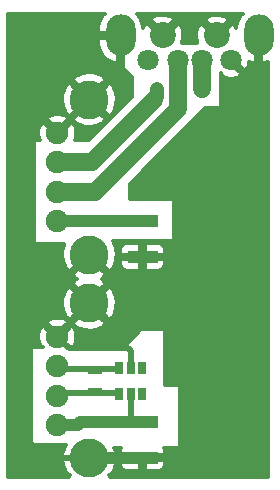
<source format=gbr>
G04 #@! TF.GenerationSoftware,KiCad,Pcbnew,(5.0.0)*
G04 #@! TF.CreationDate,2018-10-08T17:29:21-04:00*
G04 #@! TF.ProjectId,m3_usb_split,6D335F7573625F73706C69742E6B6963,0*
G04 #@! TF.SameCoordinates,Original*
G04 #@! TF.FileFunction,Copper,L2,Bot,Signal*
G04 #@! TF.FilePolarity,Positive*
%FSLAX46Y46*%
G04 Gerber Fmt 4.6, Leading zero omitted, Abs format (unit mm)*
G04 Created by KiCad (PCBNEW (5.0.0)) date 10/08/18 17:29:21*
%MOMM*%
%LPD*%
G01*
G04 APERTURE LIST*
G04 #@! TA.AperFunction,ComponentPad*
%ADD10C,1.900000*%
G04 #@! TD*
G04 #@! TA.AperFunction,ComponentPad*
%ADD11C,3.300000*%
G04 #@! TD*
G04 #@! TA.AperFunction,ComponentPad*
%ADD12O,2.500000X3.500000*%
G04 #@! TD*
G04 #@! TA.AperFunction,ComponentPad*
%ADD13C,2.200000*%
G04 #@! TD*
G04 #@! TA.AperFunction,ComponentPad*
%ADD14C,1.800000*%
G04 #@! TD*
G04 #@! TA.AperFunction,SMDPad,CuDef*
%ADD15R,1.300000X0.700000*%
G04 #@! TD*
G04 #@! TA.AperFunction,SMDPad,CuDef*
%ADD16R,0.650000X1.060000*%
G04 #@! TD*
G04 #@! TA.AperFunction,SMDPad,CuDef*
%ADD17R,2.500000X1.000000*%
G04 #@! TD*
G04 #@! TA.AperFunction,ViaPad*
%ADD18C,1.100000*%
G04 #@! TD*
G04 #@! TA.AperFunction,Conductor*
%ADD19C,0.500000*%
G04 #@! TD*
G04 #@! TA.AperFunction,Conductor*
%ADD20C,1.000000*%
G04 #@! TD*
G04 #@! TA.AperFunction,Conductor*
%ADD21C,1.500000*%
G04 #@! TD*
G04 #@! TA.AperFunction,Conductor*
%ADD22C,1.200000*%
G04 #@! TD*
G04 #@! TA.AperFunction,Conductor*
%ADD23C,0.300000*%
G04 #@! TD*
G04 APERTURE END LIST*
D10*
G04 #@! TO.P,J3,4*
G04 #@! TO.N,GND*
X107790000Y-127750000D03*
G04 #@! TO.P,J3,3*
G04 #@! TO.N,Net-(J3-Pad3)*
X107800000Y-130250000D03*
G04 #@! TO.P,J3,2*
G04 #@! TO.N,Net-(J3-Pad2)*
X107775000Y-132750000D03*
G04 #@! TO.P,J3,1*
G04 #@! TO.N,VBUS*
X107790000Y-135250000D03*
D11*
G04 #@! TO.P,J3,5*
G04 #@! TO.N,GND*
X110500000Y-124930000D03*
X110500000Y-138070000D03*
G04 #@! TD*
D12*
G04 #@! TO.P,J1,5*
G04 #@! TO.N,GND*
X124850000Y-102250000D03*
X113150000Y-102250000D03*
D13*
X121300000Y-102250000D03*
X116700000Y-102250000D03*
D14*
G04 #@! TO.P,J1,4*
X122500000Y-104350000D03*
G04 #@! TO.P,J1,3*
G04 #@! TO.N,Net-(J1-Pad3)*
X120000000Y-104350000D03*
G04 #@! TO.P,J1,2*
G04 #@! TO.N,Net-(J1-Pad2)*
X118000000Y-104350000D03*
G04 #@! TO.P,J1,1*
G04 #@! TO.N,VBUS*
X115500000Y-104350000D03*
G04 #@! TD*
D11*
G04 #@! TO.P,J2,5*
G04 #@! TO.N,GND*
X110500000Y-120820000D03*
X110500000Y-107680000D03*
D10*
G04 #@! TO.P,J2,1*
G04 #@! TO.N,VBUS*
X107790000Y-118000000D03*
G04 #@! TO.P,J2,2*
G04 #@! TO.N,Net-(J1-Pad2)*
X107775000Y-115500000D03*
G04 #@! TO.P,J2,3*
G04 #@! TO.N,Net-(J1-Pad3)*
X107800000Y-113000000D03*
G04 #@! TO.P,J2,4*
G04 #@! TO.N,GND*
X107790000Y-110500000D03*
G04 #@! TD*
D15*
G04 #@! TO.P,R1,2*
G04 #@! TO.N,Net-(J3-Pad2)*
X111000000Y-132450000D03*
G04 #@! TO.P,R1,1*
G04 #@! TO.N,Net-(J3-Pad3)*
X111000000Y-130550000D03*
G04 #@! TD*
D16*
G04 #@! TO.P,U1,5*
G04 #@! TO.N,VBUS*
X114000000Y-132600000D03*
G04 #@! TO.P,U1,6*
G04 #@! TO.N,Net-(J3-Pad2)*
X113050000Y-132600000D03*
G04 #@! TO.P,U1,4*
G04 #@! TO.N,Net-(U1-Pad4)*
X114950000Y-132600000D03*
G04 #@! TO.P,U1,3*
G04 #@! TO.N,Net-(U1-Pad3)*
X114950000Y-130400000D03*
G04 #@! TO.P,U1,2*
G04 #@! TO.N,GND*
X114000000Y-130400000D03*
G04 #@! TO.P,U1,1*
G04 #@! TO.N,Net-(J3-Pad3)*
X113050000Y-130400000D03*
G04 #@! TD*
D17*
G04 #@! TO.P,C2,2*
G04 #@! TO.N,GND*
X115000000Y-121000000D03*
G04 #@! TO.P,C2,1*
G04 #@! TO.N,VBUS*
X115000000Y-118000000D03*
G04 #@! TD*
G04 #@! TO.P,C1,2*
G04 #@! TO.N,GND*
X115000000Y-138000000D03*
G04 #@! TO.P,C1,1*
G04 #@! TO.N,VBUS*
X115000000Y-135000000D03*
G04 #@! TD*
D18*
G04 #@! TO.N,GND*
X124750000Y-106250000D03*
X121500000Y-109500000D03*
X116250000Y-114750000D03*
X117750000Y-139000000D03*
X118250000Y-126500000D03*
X114000000Y-126500000D03*
X114000000Y-123250000D03*
X118500000Y-123250000D03*
X118500000Y-120250000D03*
X118500000Y-116500000D03*
X124500000Y-116500000D03*
X124500000Y-120000000D03*
X124500000Y-124000000D03*
X124500000Y-128000000D03*
X124500000Y-130500000D03*
X124500000Y-133500000D03*
X124500000Y-136250000D03*
X124500000Y-139000000D03*
X121000000Y-139000000D03*
G04 #@! TO.N,Net-(J1-Pad3)*
X120000000Y-106750000D03*
X116250000Y-106750000D03*
G04 #@! TD*
D19*
G04 #@! TO.N,GND*
X114000000Y-130400000D02*
X114000000Y-129000000D01*
X108790000Y-128750000D02*
X107790000Y-127750000D01*
X113750000Y-128750000D02*
X108790000Y-128750000D01*
X114000000Y-129000000D02*
X113750000Y-128750000D01*
D20*
X116250000Y-114750000D02*
X121500000Y-109500000D01*
X110500000Y-138000000D02*
X114930000Y-138000000D01*
D19*
X118250000Y-126500000D02*
X114000000Y-126500000D01*
X118500000Y-123250000D02*
X114000000Y-123250000D01*
X118500000Y-116500000D02*
X118500000Y-120250000D01*
X124500000Y-120000000D02*
X124500000Y-116500000D01*
X124500000Y-128000000D02*
X124500000Y-124000000D01*
X124500000Y-133500000D02*
X124500000Y-130500000D01*
X124500000Y-139000000D02*
X124500000Y-136250000D01*
X121000000Y-139000000D02*
X117750000Y-139000000D01*
X110500000Y-138070000D02*
X107180000Y-138070000D01*
X107180000Y-138070000D02*
X107000000Y-138250000D01*
D20*
G04 #@! TO.N,VBUS*
X107790000Y-118000000D02*
X115000000Y-118000000D01*
X107790000Y-135250000D02*
X109500000Y-135250000D01*
X109750000Y-135000000D02*
X115000000Y-135000000D01*
X109500000Y-135250000D02*
X109750000Y-135000000D01*
D19*
X114000000Y-132600000D02*
X114000000Y-135000000D01*
X114000000Y-135000000D02*
X115000000Y-135000000D01*
D21*
G04 #@! TO.N,Net-(J1-Pad3)*
X120000000Y-106750000D02*
X120000000Y-104350000D01*
D22*
X116250000Y-107500000D02*
X116250000Y-106750000D01*
D21*
X110750000Y-113000000D02*
X116000000Y-107750000D01*
X107800000Y-113000000D02*
X110750000Y-113000000D01*
G04 #@! TO.N,Net-(J1-Pad2)*
X118000000Y-104350000D02*
X118000000Y-108500000D01*
X111000000Y-115500000D02*
X107775000Y-115500000D01*
X118000000Y-108500000D02*
X111000000Y-115500000D01*
D19*
G04 #@! TO.N,Net-(J3-Pad3)*
X107800000Y-130500000D02*
X110700000Y-130500000D01*
X110850000Y-130500000D02*
X113050000Y-130500000D01*
G04 #@! TO.N,Net-(J3-Pad2)*
X107775000Y-132500000D02*
X110700000Y-132500000D01*
X110850000Y-132500000D02*
X113050000Y-132500000D01*
G04 #@! TD*
D23*
G04 #@! TO.N,GND*
G36*
X111674670Y-100523679D02*
X111463775Y-100835065D01*
X111317680Y-101181611D01*
X111242000Y-101550000D01*
X111242000Y-102050000D01*
X112950000Y-102050000D01*
X112950000Y-102030000D01*
X113350000Y-102030000D01*
X113350000Y-102050000D01*
X113370000Y-102050000D01*
X113370000Y-102450000D01*
X113350000Y-102450000D01*
X113350000Y-105000000D01*
X113352882Y-105029264D01*
X113361418Y-105057403D01*
X113375280Y-105083336D01*
X113393934Y-105106066D01*
X114100000Y-105812132D01*
X114100000Y-107437868D01*
X110437868Y-111100000D01*
X109282354Y-111100000D01*
X109329806Y-110989631D01*
X109395742Y-110679821D01*
X109399970Y-110363102D01*
X109342327Y-110051643D01*
X109225029Y-109757415D01*
X109204697Y-109719375D01*
X108947840Y-109625003D01*
X108072843Y-110500000D01*
X108086985Y-110514142D01*
X107804142Y-110796985D01*
X107790000Y-110782843D01*
X107775858Y-110796985D01*
X107493015Y-110514142D01*
X107507157Y-110500000D01*
X106632160Y-109625003D01*
X106375303Y-109719375D01*
X106250194Y-110010369D01*
X106184258Y-110320179D01*
X106180030Y-110636898D01*
X106237673Y-110948357D01*
X106298128Y-111100000D01*
X106000000Y-111100000D01*
X105970736Y-111102882D01*
X105942597Y-111111418D01*
X105916664Y-111125280D01*
X105893934Y-111143934D01*
X105875280Y-111166664D01*
X105861418Y-111192597D01*
X105852882Y-111220736D01*
X105850000Y-111250000D01*
X105850000Y-119750000D01*
X105852882Y-119779264D01*
X105861418Y-119807403D01*
X105875280Y-119833336D01*
X105893934Y-119856066D01*
X105916664Y-119874720D01*
X105942597Y-119888582D01*
X105970736Y-119897118D01*
X106000000Y-119900000D01*
X108381831Y-119900000D01*
X108317979Y-120034304D01*
X108206624Y-120475092D01*
X108183403Y-120929136D01*
X108249207Y-121378985D01*
X108401508Y-121807352D01*
X108513187Y-122016290D01*
X108841577Y-122195581D01*
X110217157Y-120820000D01*
X110203015Y-120805858D01*
X110485858Y-120523015D01*
X110500000Y-120537157D01*
X110514142Y-120523015D01*
X110796985Y-120805858D01*
X110782843Y-120820000D01*
X112158423Y-122195581D01*
X112486813Y-122016290D01*
X112682021Y-121605696D01*
X112742953Y-121364500D01*
X113092000Y-121364500D01*
X113092000Y-121564807D01*
X113117287Y-121691931D01*
X113166888Y-121811680D01*
X113238898Y-121919450D01*
X113330549Y-122011102D01*
X113438320Y-122083112D01*
X113558068Y-122132713D01*
X113685192Y-122158000D01*
X114635500Y-122158000D01*
X114800000Y-121993500D01*
X114800000Y-121200000D01*
X115200000Y-121200000D01*
X115200000Y-121993500D01*
X115364500Y-122158000D01*
X116314808Y-122158000D01*
X116441932Y-122132713D01*
X116561680Y-122083112D01*
X116669451Y-122011102D01*
X116761102Y-121919450D01*
X116833112Y-121811680D01*
X116882713Y-121691931D01*
X116908000Y-121564807D01*
X116908000Y-121364500D01*
X116743500Y-121200000D01*
X115200000Y-121200000D01*
X114800000Y-121200000D01*
X113256500Y-121200000D01*
X113092000Y-121364500D01*
X112742953Y-121364500D01*
X112793376Y-121164908D01*
X112816597Y-120710864D01*
X112776272Y-120435193D01*
X113092000Y-120435193D01*
X113092000Y-120635500D01*
X113256500Y-120800000D01*
X114800000Y-120800000D01*
X114800000Y-120006500D01*
X115200000Y-120006500D01*
X115200000Y-120800000D01*
X116743500Y-120800000D01*
X116908000Y-120635500D01*
X116908000Y-120435193D01*
X116882713Y-120308069D01*
X116833112Y-120188320D01*
X116761102Y-120080550D01*
X116669451Y-119988898D01*
X116561680Y-119916888D01*
X116441932Y-119867287D01*
X116314808Y-119842000D01*
X115364500Y-119842000D01*
X115200000Y-120006500D01*
X114800000Y-120006500D01*
X114635500Y-119842000D01*
X113685192Y-119842000D01*
X113558068Y-119867287D01*
X113438320Y-119916888D01*
X113330549Y-119988898D01*
X113238898Y-120080550D01*
X113166888Y-120188320D01*
X113117287Y-120308069D01*
X113092000Y-120435193D01*
X112776272Y-120435193D01*
X112750793Y-120261015D01*
X112598492Y-119832648D01*
X112500865Y-119650000D01*
X117500000Y-119650000D01*
X117529264Y-119647118D01*
X117557403Y-119638582D01*
X117583336Y-119624720D01*
X117606066Y-119606066D01*
X117624720Y-119583336D01*
X117638582Y-119557403D01*
X117647118Y-119529264D01*
X117650000Y-119500000D01*
X117650000Y-116250000D01*
X117647118Y-116220736D01*
X117638582Y-116192597D01*
X117624720Y-116166664D01*
X117606066Y-116143934D01*
X117583336Y-116125280D01*
X117557403Y-116111418D01*
X117529264Y-116102882D01*
X117500000Y-116100000D01*
X113900000Y-116100000D01*
X113900000Y-114812132D01*
X120312132Y-108400000D01*
X121500000Y-108400000D01*
X121529264Y-108397118D01*
X121557403Y-108388582D01*
X121583336Y-108374720D01*
X121606066Y-108356066D01*
X121624720Y-108333336D01*
X121638582Y-108307403D01*
X121647118Y-108279264D01*
X121650000Y-108250000D01*
X121650000Y-105482846D01*
X121660885Y-105471961D01*
X121749143Y-105723726D01*
X122031571Y-105843815D01*
X122332001Y-105906498D01*
X122638886Y-105909365D01*
X122940435Y-105852307D01*
X123225057Y-105737516D01*
X123250857Y-105723726D01*
X123339116Y-105471959D01*
X122500000Y-104632843D01*
X122485858Y-104646985D01*
X122203015Y-104364142D01*
X122217157Y-104350000D01*
X122203015Y-104335858D01*
X122485858Y-104053015D01*
X122500000Y-104067157D01*
X122514142Y-104053015D01*
X122796985Y-104335858D01*
X122782843Y-104350000D01*
X123621959Y-105189116D01*
X123873726Y-105100857D01*
X123993815Y-104818429D01*
X124056498Y-104517999D01*
X124056774Y-104488453D01*
X124304615Y-104589298D01*
X124355630Y-104592841D01*
X124650000Y-104481991D01*
X124650000Y-102450000D01*
X124630000Y-102450000D01*
X124630000Y-102050000D01*
X124650000Y-102050000D01*
X124650000Y-102030000D01*
X125050000Y-102030000D01*
X125050000Y-102050000D01*
X125070000Y-102050000D01*
X125070000Y-102450000D01*
X125050000Y-102450000D01*
X125050000Y-104481991D01*
X125344370Y-104592841D01*
X125395385Y-104589298D01*
X125600000Y-104506042D01*
X125600000Y-139600000D01*
X112248772Y-139600000D01*
X112280809Y-139567963D01*
X112158426Y-139445580D01*
X112486813Y-139266290D01*
X112682021Y-138855696D01*
X112793376Y-138414908D01*
X112795953Y-138364500D01*
X113092000Y-138364500D01*
X113092000Y-138564807D01*
X113117287Y-138691931D01*
X113166888Y-138811680D01*
X113238898Y-138919450D01*
X113330549Y-139011102D01*
X113438320Y-139083112D01*
X113558068Y-139132713D01*
X113685192Y-139158000D01*
X114635500Y-139158000D01*
X114800000Y-138993500D01*
X114800000Y-138200000D01*
X115200000Y-138200000D01*
X115200000Y-138993500D01*
X115364500Y-139158000D01*
X116314808Y-139158000D01*
X116441932Y-139132713D01*
X116561680Y-139083112D01*
X116669451Y-139011102D01*
X116761102Y-138919450D01*
X116833112Y-138811680D01*
X116882713Y-138691931D01*
X116908000Y-138564807D01*
X116908000Y-138364500D01*
X116743500Y-138200000D01*
X115200000Y-138200000D01*
X114800000Y-138200000D01*
X113256500Y-138200000D01*
X113092000Y-138364500D01*
X112795953Y-138364500D01*
X112816597Y-137960864D01*
X112750793Y-137511015D01*
X112622438Y-137150000D01*
X113192493Y-137150000D01*
X113166888Y-137188320D01*
X113117287Y-137308069D01*
X113092000Y-137435193D01*
X113092000Y-137635500D01*
X113256500Y-137800000D01*
X114800000Y-137800000D01*
X114800000Y-137780000D01*
X115200000Y-137780000D01*
X115200000Y-137800000D01*
X116743500Y-137800000D01*
X116908000Y-137635500D01*
X116908000Y-137435193D01*
X116882713Y-137308069D01*
X116833112Y-137188320D01*
X116807507Y-137150000D01*
X118000000Y-137150000D01*
X118029264Y-137147118D01*
X118057403Y-137138582D01*
X118083336Y-137124720D01*
X118106066Y-137106066D01*
X118124720Y-137083336D01*
X118138582Y-137057403D01*
X118147118Y-137029264D01*
X118150000Y-137000000D01*
X118150000Y-132000000D01*
X118147118Y-131970736D01*
X118138582Y-131942597D01*
X118124720Y-131916664D01*
X118106066Y-131893934D01*
X118083336Y-131875280D01*
X118057403Y-131861418D01*
X118029264Y-131852882D01*
X118000000Y-131850000D01*
X116900000Y-131850000D01*
X116900000Y-127250000D01*
X116897118Y-127220736D01*
X116888582Y-127192597D01*
X116874720Y-127166664D01*
X116856066Y-127143934D01*
X116833336Y-127125280D01*
X116807403Y-127111418D01*
X116779264Y-127102882D01*
X116750000Y-127100000D01*
X115000000Y-127100000D01*
X114970736Y-127102882D01*
X114942597Y-127111418D01*
X114916664Y-127125280D01*
X114893934Y-127143934D01*
X113437868Y-128600000D01*
X109015876Y-128600000D01*
X109204697Y-128530625D01*
X109329806Y-128239631D01*
X109395742Y-127929821D01*
X109399970Y-127613102D01*
X109342327Y-127301643D01*
X109225029Y-127007415D01*
X109204697Y-126969375D01*
X108947840Y-126875003D01*
X108072843Y-127750000D01*
X108086985Y-127764142D01*
X107804142Y-128046985D01*
X107790000Y-128032843D01*
X107775858Y-128046985D01*
X107493015Y-127764142D01*
X107507157Y-127750000D01*
X106632160Y-126875003D01*
X106375303Y-126969375D01*
X106250194Y-127260369D01*
X106184258Y-127570179D01*
X106180030Y-127886898D01*
X106237673Y-128198357D01*
X106354971Y-128492585D01*
X106375303Y-128530625D01*
X106564124Y-128600000D01*
X105750000Y-128600000D01*
X105720736Y-128602882D01*
X105692597Y-128611418D01*
X105666664Y-128625280D01*
X105643934Y-128643934D01*
X105625280Y-128666664D01*
X105611418Y-128692597D01*
X105602882Y-128720736D01*
X105600000Y-128750000D01*
X105600000Y-136750000D01*
X105602882Y-136779264D01*
X105611418Y-136807403D01*
X105625280Y-136833336D01*
X105643934Y-136856066D01*
X105666664Y-136874720D01*
X105692597Y-136888582D01*
X105720736Y-136897118D01*
X105750000Y-136900000D01*
X108500688Y-136900000D01*
X108317979Y-137284304D01*
X108206624Y-137725092D01*
X108183403Y-138179136D01*
X108249207Y-138628985D01*
X108401508Y-139057352D01*
X108513187Y-139266290D01*
X108841574Y-139445580D01*
X108719191Y-139567963D01*
X108751228Y-139600000D01*
X103650000Y-139600000D01*
X103650000Y-126592160D01*
X106915003Y-126592160D01*
X107790000Y-127467157D01*
X108664997Y-126592160D01*
X108663624Y-126588423D01*
X109124419Y-126588423D01*
X109303710Y-126916813D01*
X109714304Y-127112021D01*
X110155092Y-127223376D01*
X110609136Y-127246597D01*
X111058985Y-127180793D01*
X111487352Y-127028492D01*
X111696290Y-126916813D01*
X111875581Y-126588423D01*
X110500000Y-125212843D01*
X109124419Y-126588423D01*
X108663624Y-126588423D01*
X108570625Y-126335303D01*
X108279631Y-126210194D01*
X107969821Y-126144258D01*
X107653102Y-126140030D01*
X107341643Y-126197673D01*
X107047415Y-126314971D01*
X107009375Y-126335303D01*
X106915003Y-126592160D01*
X103650000Y-126592160D01*
X103650000Y-125039136D01*
X108183403Y-125039136D01*
X108249207Y-125488985D01*
X108401508Y-125917352D01*
X108513187Y-126126290D01*
X108841577Y-126305581D01*
X110217157Y-124930000D01*
X110782843Y-124930000D01*
X112158423Y-126305581D01*
X112486813Y-126126290D01*
X112682021Y-125715696D01*
X112793376Y-125274908D01*
X112816597Y-124820864D01*
X112750793Y-124371015D01*
X112598492Y-123942648D01*
X112486813Y-123733710D01*
X112158423Y-123554419D01*
X110782843Y-124930000D01*
X110217157Y-124930000D01*
X108841577Y-123554419D01*
X108513187Y-123733710D01*
X108317979Y-124144304D01*
X108206624Y-124585092D01*
X108183403Y-125039136D01*
X103650000Y-125039136D01*
X103650000Y-122478423D01*
X109124419Y-122478423D01*
X109303710Y-122806813D01*
X109438742Y-122871011D01*
X109303710Y-122943187D01*
X109124419Y-123271577D01*
X110500000Y-124647157D01*
X111875581Y-123271577D01*
X111696290Y-122943187D01*
X111561258Y-122878989D01*
X111696290Y-122806813D01*
X111875581Y-122478423D01*
X110500000Y-121102843D01*
X109124419Y-122478423D01*
X103650000Y-122478423D01*
X103650000Y-109342160D01*
X106915003Y-109342160D01*
X107790000Y-110217157D01*
X108664997Y-109342160D01*
X108663624Y-109338423D01*
X109124419Y-109338423D01*
X109303710Y-109666813D01*
X109714304Y-109862021D01*
X110155092Y-109973376D01*
X110609136Y-109996597D01*
X111058985Y-109930793D01*
X111487352Y-109778492D01*
X111696290Y-109666813D01*
X111875581Y-109338423D01*
X110500000Y-107962843D01*
X109124419Y-109338423D01*
X108663624Y-109338423D01*
X108570625Y-109085303D01*
X108279631Y-108960194D01*
X107969821Y-108894258D01*
X107653102Y-108890030D01*
X107341643Y-108947673D01*
X107047415Y-109064971D01*
X107009375Y-109085303D01*
X106915003Y-109342160D01*
X103650000Y-109342160D01*
X103650000Y-107789136D01*
X108183403Y-107789136D01*
X108249207Y-108238985D01*
X108401508Y-108667352D01*
X108513187Y-108876290D01*
X108841577Y-109055581D01*
X110217157Y-107680000D01*
X110782843Y-107680000D01*
X112158423Y-109055581D01*
X112486813Y-108876290D01*
X112682021Y-108465696D01*
X112793376Y-108024908D01*
X112816597Y-107570864D01*
X112750793Y-107121015D01*
X112598492Y-106692648D01*
X112486813Y-106483710D01*
X112158423Y-106304419D01*
X110782843Y-107680000D01*
X110217157Y-107680000D01*
X108841577Y-106304419D01*
X108513187Y-106483710D01*
X108317979Y-106894304D01*
X108206624Y-107335092D01*
X108183403Y-107789136D01*
X103650000Y-107789136D01*
X103650000Y-106021577D01*
X109124419Y-106021577D01*
X110500000Y-107397157D01*
X111875581Y-106021577D01*
X111696290Y-105693187D01*
X111285696Y-105497979D01*
X110844908Y-105386624D01*
X110390864Y-105363403D01*
X109941015Y-105429207D01*
X109512648Y-105581508D01*
X109303710Y-105693187D01*
X109124419Y-106021577D01*
X103650000Y-106021577D01*
X103650000Y-102450000D01*
X111242000Y-102450000D01*
X111242000Y-102950000D01*
X111317680Y-103318389D01*
X111463775Y-103664935D01*
X111674670Y-103976321D01*
X111942261Y-104240580D01*
X112256265Y-104447557D01*
X112604615Y-104589298D01*
X112655630Y-104592841D01*
X112950000Y-104481991D01*
X112950000Y-102450000D01*
X111242000Y-102450000D01*
X103650000Y-102450000D01*
X103650000Y-100400000D01*
X111799908Y-100400000D01*
X111674670Y-100523679D01*
X111674670Y-100523679D01*
G37*
X111674670Y-100523679D02*
X111463775Y-100835065D01*
X111317680Y-101181611D01*
X111242000Y-101550000D01*
X111242000Y-102050000D01*
X112950000Y-102050000D01*
X112950000Y-102030000D01*
X113350000Y-102030000D01*
X113350000Y-102050000D01*
X113370000Y-102050000D01*
X113370000Y-102450000D01*
X113350000Y-102450000D01*
X113350000Y-105000000D01*
X113352882Y-105029264D01*
X113361418Y-105057403D01*
X113375280Y-105083336D01*
X113393934Y-105106066D01*
X114100000Y-105812132D01*
X114100000Y-107437868D01*
X110437868Y-111100000D01*
X109282354Y-111100000D01*
X109329806Y-110989631D01*
X109395742Y-110679821D01*
X109399970Y-110363102D01*
X109342327Y-110051643D01*
X109225029Y-109757415D01*
X109204697Y-109719375D01*
X108947840Y-109625003D01*
X108072843Y-110500000D01*
X108086985Y-110514142D01*
X107804142Y-110796985D01*
X107790000Y-110782843D01*
X107775858Y-110796985D01*
X107493015Y-110514142D01*
X107507157Y-110500000D01*
X106632160Y-109625003D01*
X106375303Y-109719375D01*
X106250194Y-110010369D01*
X106184258Y-110320179D01*
X106180030Y-110636898D01*
X106237673Y-110948357D01*
X106298128Y-111100000D01*
X106000000Y-111100000D01*
X105970736Y-111102882D01*
X105942597Y-111111418D01*
X105916664Y-111125280D01*
X105893934Y-111143934D01*
X105875280Y-111166664D01*
X105861418Y-111192597D01*
X105852882Y-111220736D01*
X105850000Y-111250000D01*
X105850000Y-119750000D01*
X105852882Y-119779264D01*
X105861418Y-119807403D01*
X105875280Y-119833336D01*
X105893934Y-119856066D01*
X105916664Y-119874720D01*
X105942597Y-119888582D01*
X105970736Y-119897118D01*
X106000000Y-119900000D01*
X108381831Y-119900000D01*
X108317979Y-120034304D01*
X108206624Y-120475092D01*
X108183403Y-120929136D01*
X108249207Y-121378985D01*
X108401508Y-121807352D01*
X108513187Y-122016290D01*
X108841577Y-122195581D01*
X110217157Y-120820000D01*
X110203015Y-120805858D01*
X110485858Y-120523015D01*
X110500000Y-120537157D01*
X110514142Y-120523015D01*
X110796985Y-120805858D01*
X110782843Y-120820000D01*
X112158423Y-122195581D01*
X112486813Y-122016290D01*
X112682021Y-121605696D01*
X112742953Y-121364500D01*
X113092000Y-121364500D01*
X113092000Y-121564807D01*
X113117287Y-121691931D01*
X113166888Y-121811680D01*
X113238898Y-121919450D01*
X113330549Y-122011102D01*
X113438320Y-122083112D01*
X113558068Y-122132713D01*
X113685192Y-122158000D01*
X114635500Y-122158000D01*
X114800000Y-121993500D01*
X114800000Y-121200000D01*
X115200000Y-121200000D01*
X115200000Y-121993500D01*
X115364500Y-122158000D01*
X116314808Y-122158000D01*
X116441932Y-122132713D01*
X116561680Y-122083112D01*
X116669451Y-122011102D01*
X116761102Y-121919450D01*
X116833112Y-121811680D01*
X116882713Y-121691931D01*
X116908000Y-121564807D01*
X116908000Y-121364500D01*
X116743500Y-121200000D01*
X115200000Y-121200000D01*
X114800000Y-121200000D01*
X113256500Y-121200000D01*
X113092000Y-121364500D01*
X112742953Y-121364500D01*
X112793376Y-121164908D01*
X112816597Y-120710864D01*
X112776272Y-120435193D01*
X113092000Y-120435193D01*
X113092000Y-120635500D01*
X113256500Y-120800000D01*
X114800000Y-120800000D01*
X114800000Y-120006500D01*
X115200000Y-120006500D01*
X115200000Y-120800000D01*
X116743500Y-120800000D01*
X116908000Y-120635500D01*
X116908000Y-120435193D01*
X116882713Y-120308069D01*
X116833112Y-120188320D01*
X116761102Y-120080550D01*
X116669451Y-119988898D01*
X116561680Y-119916888D01*
X116441932Y-119867287D01*
X116314808Y-119842000D01*
X115364500Y-119842000D01*
X115200000Y-120006500D01*
X114800000Y-120006500D01*
X114635500Y-119842000D01*
X113685192Y-119842000D01*
X113558068Y-119867287D01*
X113438320Y-119916888D01*
X113330549Y-119988898D01*
X113238898Y-120080550D01*
X113166888Y-120188320D01*
X113117287Y-120308069D01*
X113092000Y-120435193D01*
X112776272Y-120435193D01*
X112750793Y-120261015D01*
X112598492Y-119832648D01*
X112500865Y-119650000D01*
X117500000Y-119650000D01*
X117529264Y-119647118D01*
X117557403Y-119638582D01*
X117583336Y-119624720D01*
X117606066Y-119606066D01*
X117624720Y-119583336D01*
X117638582Y-119557403D01*
X117647118Y-119529264D01*
X117650000Y-119500000D01*
X117650000Y-116250000D01*
X117647118Y-116220736D01*
X117638582Y-116192597D01*
X117624720Y-116166664D01*
X117606066Y-116143934D01*
X117583336Y-116125280D01*
X117557403Y-116111418D01*
X117529264Y-116102882D01*
X117500000Y-116100000D01*
X113900000Y-116100000D01*
X113900000Y-114812132D01*
X120312132Y-108400000D01*
X121500000Y-108400000D01*
X121529264Y-108397118D01*
X121557403Y-108388582D01*
X121583336Y-108374720D01*
X121606066Y-108356066D01*
X121624720Y-108333336D01*
X121638582Y-108307403D01*
X121647118Y-108279264D01*
X121650000Y-108250000D01*
X121650000Y-105482846D01*
X121660885Y-105471961D01*
X121749143Y-105723726D01*
X122031571Y-105843815D01*
X122332001Y-105906498D01*
X122638886Y-105909365D01*
X122940435Y-105852307D01*
X123225057Y-105737516D01*
X123250857Y-105723726D01*
X123339116Y-105471959D01*
X122500000Y-104632843D01*
X122485858Y-104646985D01*
X122203015Y-104364142D01*
X122217157Y-104350000D01*
X122203015Y-104335858D01*
X122485858Y-104053015D01*
X122500000Y-104067157D01*
X122514142Y-104053015D01*
X122796985Y-104335858D01*
X122782843Y-104350000D01*
X123621959Y-105189116D01*
X123873726Y-105100857D01*
X123993815Y-104818429D01*
X124056498Y-104517999D01*
X124056774Y-104488453D01*
X124304615Y-104589298D01*
X124355630Y-104592841D01*
X124650000Y-104481991D01*
X124650000Y-102450000D01*
X124630000Y-102450000D01*
X124630000Y-102050000D01*
X124650000Y-102050000D01*
X124650000Y-102030000D01*
X125050000Y-102030000D01*
X125050000Y-102050000D01*
X125070000Y-102050000D01*
X125070000Y-102450000D01*
X125050000Y-102450000D01*
X125050000Y-104481991D01*
X125344370Y-104592841D01*
X125395385Y-104589298D01*
X125600000Y-104506042D01*
X125600000Y-139600000D01*
X112248772Y-139600000D01*
X112280809Y-139567963D01*
X112158426Y-139445580D01*
X112486813Y-139266290D01*
X112682021Y-138855696D01*
X112793376Y-138414908D01*
X112795953Y-138364500D01*
X113092000Y-138364500D01*
X113092000Y-138564807D01*
X113117287Y-138691931D01*
X113166888Y-138811680D01*
X113238898Y-138919450D01*
X113330549Y-139011102D01*
X113438320Y-139083112D01*
X113558068Y-139132713D01*
X113685192Y-139158000D01*
X114635500Y-139158000D01*
X114800000Y-138993500D01*
X114800000Y-138200000D01*
X115200000Y-138200000D01*
X115200000Y-138993500D01*
X115364500Y-139158000D01*
X116314808Y-139158000D01*
X116441932Y-139132713D01*
X116561680Y-139083112D01*
X116669451Y-139011102D01*
X116761102Y-138919450D01*
X116833112Y-138811680D01*
X116882713Y-138691931D01*
X116908000Y-138564807D01*
X116908000Y-138364500D01*
X116743500Y-138200000D01*
X115200000Y-138200000D01*
X114800000Y-138200000D01*
X113256500Y-138200000D01*
X113092000Y-138364500D01*
X112795953Y-138364500D01*
X112816597Y-137960864D01*
X112750793Y-137511015D01*
X112622438Y-137150000D01*
X113192493Y-137150000D01*
X113166888Y-137188320D01*
X113117287Y-137308069D01*
X113092000Y-137435193D01*
X113092000Y-137635500D01*
X113256500Y-137800000D01*
X114800000Y-137800000D01*
X114800000Y-137780000D01*
X115200000Y-137780000D01*
X115200000Y-137800000D01*
X116743500Y-137800000D01*
X116908000Y-137635500D01*
X116908000Y-137435193D01*
X116882713Y-137308069D01*
X116833112Y-137188320D01*
X116807507Y-137150000D01*
X118000000Y-137150000D01*
X118029264Y-137147118D01*
X118057403Y-137138582D01*
X118083336Y-137124720D01*
X118106066Y-137106066D01*
X118124720Y-137083336D01*
X118138582Y-137057403D01*
X118147118Y-137029264D01*
X118150000Y-137000000D01*
X118150000Y-132000000D01*
X118147118Y-131970736D01*
X118138582Y-131942597D01*
X118124720Y-131916664D01*
X118106066Y-131893934D01*
X118083336Y-131875280D01*
X118057403Y-131861418D01*
X118029264Y-131852882D01*
X118000000Y-131850000D01*
X116900000Y-131850000D01*
X116900000Y-127250000D01*
X116897118Y-127220736D01*
X116888582Y-127192597D01*
X116874720Y-127166664D01*
X116856066Y-127143934D01*
X116833336Y-127125280D01*
X116807403Y-127111418D01*
X116779264Y-127102882D01*
X116750000Y-127100000D01*
X115000000Y-127100000D01*
X114970736Y-127102882D01*
X114942597Y-127111418D01*
X114916664Y-127125280D01*
X114893934Y-127143934D01*
X113437868Y-128600000D01*
X109015876Y-128600000D01*
X109204697Y-128530625D01*
X109329806Y-128239631D01*
X109395742Y-127929821D01*
X109399970Y-127613102D01*
X109342327Y-127301643D01*
X109225029Y-127007415D01*
X109204697Y-126969375D01*
X108947840Y-126875003D01*
X108072843Y-127750000D01*
X108086985Y-127764142D01*
X107804142Y-128046985D01*
X107790000Y-128032843D01*
X107775858Y-128046985D01*
X107493015Y-127764142D01*
X107507157Y-127750000D01*
X106632160Y-126875003D01*
X106375303Y-126969375D01*
X106250194Y-127260369D01*
X106184258Y-127570179D01*
X106180030Y-127886898D01*
X106237673Y-128198357D01*
X106354971Y-128492585D01*
X106375303Y-128530625D01*
X106564124Y-128600000D01*
X105750000Y-128600000D01*
X105720736Y-128602882D01*
X105692597Y-128611418D01*
X105666664Y-128625280D01*
X105643934Y-128643934D01*
X105625280Y-128666664D01*
X105611418Y-128692597D01*
X105602882Y-128720736D01*
X105600000Y-128750000D01*
X105600000Y-136750000D01*
X105602882Y-136779264D01*
X105611418Y-136807403D01*
X105625280Y-136833336D01*
X105643934Y-136856066D01*
X105666664Y-136874720D01*
X105692597Y-136888582D01*
X105720736Y-136897118D01*
X105750000Y-136900000D01*
X108500688Y-136900000D01*
X108317979Y-137284304D01*
X108206624Y-137725092D01*
X108183403Y-138179136D01*
X108249207Y-138628985D01*
X108401508Y-139057352D01*
X108513187Y-139266290D01*
X108841574Y-139445580D01*
X108719191Y-139567963D01*
X108751228Y-139600000D01*
X103650000Y-139600000D01*
X103650000Y-126592160D01*
X106915003Y-126592160D01*
X107790000Y-127467157D01*
X108664997Y-126592160D01*
X108663624Y-126588423D01*
X109124419Y-126588423D01*
X109303710Y-126916813D01*
X109714304Y-127112021D01*
X110155092Y-127223376D01*
X110609136Y-127246597D01*
X111058985Y-127180793D01*
X111487352Y-127028492D01*
X111696290Y-126916813D01*
X111875581Y-126588423D01*
X110500000Y-125212843D01*
X109124419Y-126588423D01*
X108663624Y-126588423D01*
X108570625Y-126335303D01*
X108279631Y-126210194D01*
X107969821Y-126144258D01*
X107653102Y-126140030D01*
X107341643Y-126197673D01*
X107047415Y-126314971D01*
X107009375Y-126335303D01*
X106915003Y-126592160D01*
X103650000Y-126592160D01*
X103650000Y-125039136D01*
X108183403Y-125039136D01*
X108249207Y-125488985D01*
X108401508Y-125917352D01*
X108513187Y-126126290D01*
X108841577Y-126305581D01*
X110217157Y-124930000D01*
X110782843Y-124930000D01*
X112158423Y-126305581D01*
X112486813Y-126126290D01*
X112682021Y-125715696D01*
X112793376Y-125274908D01*
X112816597Y-124820864D01*
X112750793Y-124371015D01*
X112598492Y-123942648D01*
X112486813Y-123733710D01*
X112158423Y-123554419D01*
X110782843Y-124930000D01*
X110217157Y-124930000D01*
X108841577Y-123554419D01*
X108513187Y-123733710D01*
X108317979Y-124144304D01*
X108206624Y-124585092D01*
X108183403Y-125039136D01*
X103650000Y-125039136D01*
X103650000Y-122478423D01*
X109124419Y-122478423D01*
X109303710Y-122806813D01*
X109438742Y-122871011D01*
X109303710Y-122943187D01*
X109124419Y-123271577D01*
X110500000Y-124647157D01*
X111875581Y-123271577D01*
X111696290Y-122943187D01*
X111561258Y-122878989D01*
X111696290Y-122806813D01*
X111875581Y-122478423D01*
X110500000Y-121102843D01*
X109124419Y-122478423D01*
X103650000Y-122478423D01*
X103650000Y-109342160D01*
X106915003Y-109342160D01*
X107790000Y-110217157D01*
X108664997Y-109342160D01*
X108663624Y-109338423D01*
X109124419Y-109338423D01*
X109303710Y-109666813D01*
X109714304Y-109862021D01*
X110155092Y-109973376D01*
X110609136Y-109996597D01*
X111058985Y-109930793D01*
X111487352Y-109778492D01*
X111696290Y-109666813D01*
X111875581Y-109338423D01*
X110500000Y-107962843D01*
X109124419Y-109338423D01*
X108663624Y-109338423D01*
X108570625Y-109085303D01*
X108279631Y-108960194D01*
X107969821Y-108894258D01*
X107653102Y-108890030D01*
X107341643Y-108947673D01*
X107047415Y-109064971D01*
X107009375Y-109085303D01*
X106915003Y-109342160D01*
X103650000Y-109342160D01*
X103650000Y-107789136D01*
X108183403Y-107789136D01*
X108249207Y-108238985D01*
X108401508Y-108667352D01*
X108513187Y-108876290D01*
X108841577Y-109055581D01*
X110217157Y-107680000D01*
X110782843Y-107680000D01*
X112158423Y-109055581D01*
X112486813Y-108876290D01*
X112682021Y-108465696D01*
X112793376Y-108024908D01*
X112816597Y-107570864D01*
X112750793Y-107121015D01*
X112598492Y-106692648D01*
X112486813Y-106483710D01*
X112158423Y-106304419D01*
X110782843Y-107680000D01*
X110217157Y-107680000D01*
X108841577Y-106304419D01*
X108513187Y-106483710D01*
X108317979Y-106894304D01*
X108206624Y-107335092D01*
X108183403Y-107789136D01*
X103650000Y-107789136D01*
X103650000Y-106021577D01*
X109124419Y-106021577D01*
X110500000Y-107397157D01*
X111875581Y-106021577D01*
X111696290Y-105693187D01*
X111285696Y-105497979D01*
X110844908Y-105386624D01*
X110390864Y-105363403D01*
X109941015Y-105429207D01*
X109512648Y-105581508D01*
X109303710Y-105693187D01*
X109124419Y-106021577D01*
X103650000Y-106021577D01*
X103650000Y-102450000D01*
X111242000Y-102450000D01*
X111242000Y-102950000D01*
X111317680Y-103318389D01*
X111463775Y-103664935D01*
X111674670Y-103976321D01*
X111942261Y-104240580D01*
X112256265Y-104447557D01*
X112604615Y-104589298D01*
X112655630Y-104592841D01*
X112950000Y-104481991D01*
X112950000Y-102450000D01*
X111242000Y-102450000D01*
X103650000Y-102450000D01*
X103650000Y-100400000D01*
X111799908Y-100400000D01*
X111674670Y-100523679D01*
G36*
X110796985Y-138055858D02*
X110782843Y-138070000D01*
X110796985Y-138084142D01*
X110514142Y-138366985D01*
X110500000Y-138352843D01*
X110485858Y-138366985D01*
X110203015Y-138084142D01*
X110217157Y-138070000D01*
X110203015Y-138055858D01*
X110485858Y-137773015D01*
X110500000Y-137787157D01*
X110514142Y-137773015D01*
X110796985Y-138055858D01*
X110796985Y-138055858D01*
G37*
X110796985Y-138055858D02*
X110782843Y-138070000D01*
X110796985Y-138084142D01*
X110514142Y-138366985D01*
X110500000Y-138352843D01*
X110485858Y-138366985D01*
X110203015Y-138084142D01*
X110217157Y-138070000D01*
X110203015Y-138055858D01*
X110485858Y-137773015D01*
X110500000Y-137787157D01*
X110514142Y-137773015D01*
X110796985Y-138055858D01*
G36*
X123374670Y-100523679D02*
X123163775Y-100835065D01*
X123017680Y-101181611D01*
X122942000Y-101550000D01*
X122942000Y-101621960D01*
X122877441Y-101454876D01*
X122837501Y-101380153D01*
X122565348Y-101267494D01*
X121582843Y-102250000D01*
X121596985Y-102264142D01*
X121314142Y-102546985D01*
X121300000Y-102532843D01*
X121285858Y-102546985D01*
X121003015Y-102264142D01*
X121017157Y-102250000D01*
X120034652Y-101267494D01*
X119762499Y-101380153D01*
X119622342Y-101696819D01*
X119546658Y-102034743D01*
X119538353Y-102380938D01*
X119597748Y-102722103D01*
X119647166Y-102850000D01*
X118356936Y-102850000D01*
X118377658Y-102803181D01*
X118453342Y-102465257D01*
X118461647Y-102119062D01*
X118402252Y-101777897D01*
X118277441Y-101454876D01*
X118237501Y-101380153D01*
X117965348Y-101267494D01*
X116982843Y-102250000D01*
X116996985Y-102264142D01*
X116714142Y-102546985D01*
X116700000Y-102532843D01*
X116685858Y-102546985D01*
X116403015Y-102264142D01*
X116417157Y-102250000D01*
X115434652Y-101267494D01*
X115162499Y-101380153D01*
X115058000Y-101616255D01*
X115058000Y-101550000D01*
X114982320Y-101181611D01*
X114899288Y-100984652D01*
X115717494Y-100984652D01*
X116700000Y-101967157D01*
X117682506Y-100984652D01*
X120317494Y-100984652D01*
X121300000Y-101967157D01*
X122282506Y-100984652D01*
X122169847Y-100712499D01*
X121853181Y-100572342D01*
X121515257Y-100496658D01*
X121169062Y-100488353D01*
X120827897Y-100547748D01*
X120504876Y-100672559D01*
X120430153Y-100712499D01*
X120317494Y-100984652D01*
X117682506Y-100984652D01*
X117569847Y-100712499D01*
X117253181Y-100572342D01*
X116915257Y-100496658D01*
X116569062Y-100488353D01*
X116227897Y-100547748D01*
X115904876Y-100672559D01*
X115830153Y-100712499D01*
X115717494Y-100984652D01*
X114899288Y-100984652D01*
X114836225Y-100835065D01*
X114625330Y-100523679D01*
X114500092Y-100400000D01*
X123499908Y-100400000D01*
X123374670Y-100523679D01*
X123374670Y-100523679D01*
G37*
X123374670Y-100523679D02*
X123163775Y-100835065D01*
X123017680Y-101181611D01*
X122942000Y-101550000D01*
X122942000Y-101621960D01*
X122877441Y-101454876D01*
X122837501Y-101380153D01*
X122565348Y-101267494D01*
X121582843Y-102250000D01*
X121596985Y-102264142D01*
X121314142Y-102546985D01*
X121300000Y-102532843D01*
X121285858Y-102546985D01*
X121003015Y-102264142D01*
X121017157Y-102250000D01*
X120034652Y-101267494D01*
X119762499Y-101380153D01*
X119622342Y-101696819D01*
X119546658Y-102034743D01*
X119538353Y-102380938D01*
X119597748Y-102722103D01*
X119647166Y-102850000D01*
X118356936Y-102850000D01*
X118377658Y-102803181D01*
X118453342Y-102465257D01*
X118461647Y-102119062D01*
X118402252Y-101777897D01*
X118277441Y-101454876D01*
X118237501Y-101380153D01*
X117965348Y-101267494D01*
X116982843Y-102250000D01*
X116996985Y-102264142D01*
X116714142Y-102546985D01*
X116700000Y-102532843D01*
X116685858Y-102546985D01*
X116403015Y-102264142D01*
X116417157Y-102250000D01*
X115434652Y-101267494D01*
X115162499Y-101380153D01*
X115058000Y-101616255D01*
X115058000Y-101550000D01*
X114982320Y-101181611D01*
X114899288Y-100984652D01*
X115717494Y-100984652D01*
X116700000Y-101967157D01*
X117682506Y-100984652D01*
X120317494Y-100984652D01*
X121300000Y-101967157D01*
X122282506Y-100984652D01*
X122169847Y-100712499D01*
X121853181Y-100572342D01*
X121515257Y-100496658D01*
X121169062Y-100488353D01*
X120827897Y-100547748D01*
X120504876Y-100672559D01*
X120430153Y-100712499D01*
X120317494Y-100984652D01*
X117682506Y-100984652D01*
X117569847Y-100712499D01*
X117253181Y-100572342D01*
X116915257Y-100496658D01*
X116569062Y-100488353D01*
X116227897Y-100547748D01*
X115904876Y-100672559D01*
X115830153Y-100712499D01*
X115717494Y-100984652D01*
X114899288Y-100984652D01*
X114836225Y-100835065D01*
X114625330Y-100523679D01*
X114500092Y-100400000D01*
X123499908Y-100400000D01*
X123374670Y-100523679D01*
G04 #@! TD*
M02*

</source>
